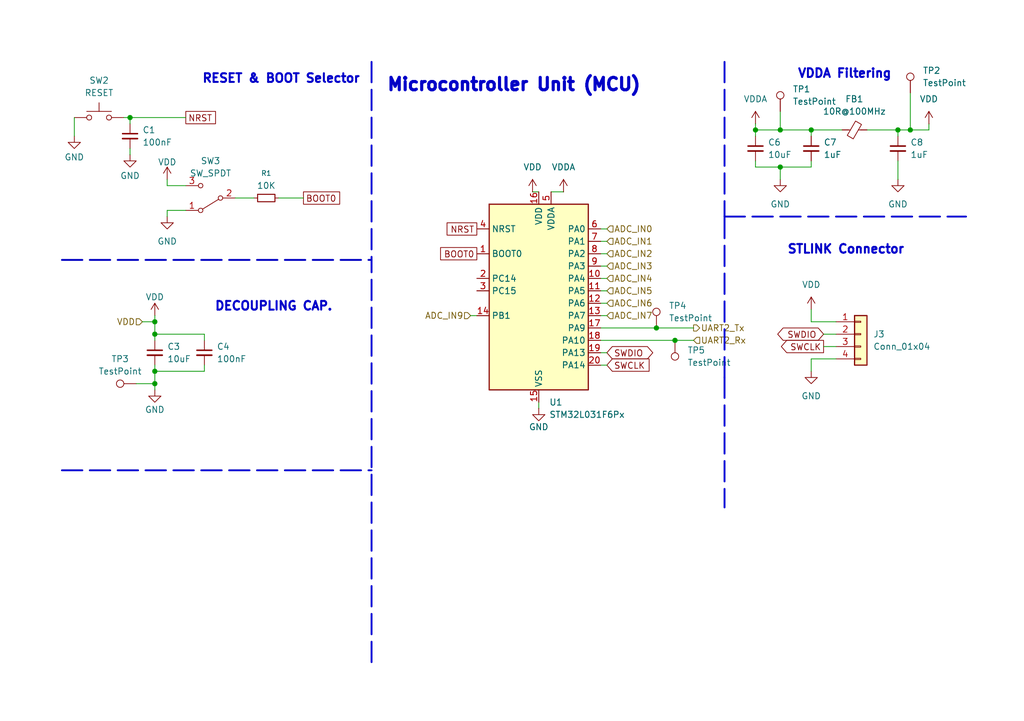
<source format=kicad_sch>
(kicad_sch (version 20250114) (generator "eeschema") (generator_version "9.0")
  (paper "A5")
  (lib_symbols
    (symbol "CompVuelo:SW_SPDT"
      (property "Reference" "SW" (at 0 1.778 0))
      (property "Value" "SW_SPDT" (at 0 0 0))
      (symbol "SW_SPDT_0_1"
        (circle (center -2.032 -5.08) (radius 0.4572))
        (polyline (pts (xy -1.651 -4.826) (xy 1.651 -2.794)))
        (circle (center 2.032 -2.54) (radius 0.4572))
        (circle (center 2.032 -7.62) (radius 0.4572))
      )
      (symbol "SW_SPDT_1_1"
        (pin passive line (at -5.08 -5.08 0) (length 2.54) (name "") (number "2"))
        (pin passive line (at 5.08 -2.54 180) (length 2.54) (name "") (number "1"))
        (pin passive line (at 5.08 -7.62 180) (length 2.54) (name "") (number "3"))
      )
    )
    (symbol "Connector:TestPoint" (pin_numbers (hide yes)) (pin_names (offset 0.762) (hide yes))
      (property "Reference" "TP" (at 0 6.858 0))
      (property "Value" "TestPoint" (at 0 5.08 0))
      (symbol "TestPoint_0_1"
        (circle (center 0 3.302) (radius 0.762))
      )
      (symbol "TestPoint_1_1"
        (pin passive line (at 0 0 90) (length 2.54) (name "1") (number "1"))
      )
    )
    (symbol "Connector_Generic:Conn_01x04" (pin_names (offset 1.016) (hide yes))
      (property "Reference" "J" (at 0 5.08 0))
      (property "Value" "Conn_01x04" (at 0 -7.62 0))
      (symbol "Conn_01x04_1_1"
        (rectangle (start -1.27 3.81) (end 1.27 -6.35) (stroke (width 0.254)) (fill (type background)))
        (rectangle (start -1.27 2.667) (end 0 2.413) (stroke (width 0.1524)))
        (rectangle (start -1.27 0.127) (end 0 -0.127) (stroke (width 0.1524)))
        (rectangle (start -1.27 -2.413) (end 0 -2.667) (stroke (width 0.1524)))
        (rectangle (start -1.27 -4.953) (end 0 -5.207) (stroke (width 0.1524)))
        (pin passive line (at -5.08 2.54 0) (length 3.81) (name "Pin_1") (number "1"))
        (pin passive line (at -5.08 0 0) (length 3.81) (name "Pin_2") (number "2"))
        (pin passive line (at -5.08 -2.54 0) (length 3.81) (name "Pin_3") (number "3"))
        (pin passive line (at -5.08 -5.08 0) (length 3.81) (name "Pin_4") (number "4"))
      )
    )
    (symbol "Device:C_Small" (pin_numbers (hide yes)) (pin_names (offset 0.254) (hide yes))
      (property "Reference" "C" (at 0.254 1.778 0))
      (property "Value" "C_Small" (at 0.254 -2.032 0))
      (symbol "C_Small_0_1"
        (polyline (pts (xy -1.524 0.508) (xy 1.524 0.508)) (stroke (width 0.3048)))
        (polyline (pts (xy -1.524 -0.508) (xy 1.524 -0.508)) (stroke (width 0.3302)))
      )
      (symbol "C_Small_1_1"
        (pin passive line (at 0 2.54 270) (length 2.032) (name "~") (number "1"))
        (pin passive line (at 0 -2.54 90) (length 2.032) (name "~") (number "2"))
      )
    )
    (symbol "Device:FerriteBead_Small" (pin_numbers (hide yes)) (pin_names (offset 0))
      (property "Reference" "FB" (at 1.905 1.27 0))
      (property "Value" "FerriteBead_Small" (at 1.905 -1.27 0))
      (symbol "FerriteBead_Small_0_1"
        (polyline (pts (xy -1.8288 0.2794) (xy -1.1176 1.4986) (xy 1.8288 -0.2032) (xy 1.1176 -1.4224) (xy -1.8288 0.2794)))
        (polyline (pts (xy 0 0.889) (xy 0 1.2954)))
        (polyline (pts (xy 0 -1.27) (xy 0 -0.7874)))
      )
      (symbol "FerriteBead_Small_1_1"
        (pin passive line (at 0 2.54 270) (length 1.27) (name "~") (number "1"))
        (pin passive line (at 0 -2.54 90) (length 1.27) (name "~") (number "2"))
      )
    )
    (symbol "Device:R_Small" (pin_numbers (hide yes)) (pin_names (offset 0.254) (hide yes))
      (property "Reference" "R" (at 0 0 90))
      (property "Value" "R_Small" (at 1.778 0 90))
      (symbol "R_Small_0_1"
        (rectangle (start -0.762 1.778) (end 0.762 -1.778) (stroke (width 0.2032)))
      )
      (symbol "R_Small_1_1"
        (pin passive line (at 0 2.54 270) (length 0.762) (name "~") (number "1"))
        (pin passive line (at 0 -2.54 90) (length 0.762) (name "~") (number "2"))
      )
    )
    (symbol "MCU_ST_STM32L0:STM32L031F6Px"
      (property "Reference" "U" (at -10.16 21.59 0))
      (property "Value" "STM32L031F6Px" (at 5.08 21.59 0))
      (symbol "STM32L031F6Px_0_1"
        (rectangle (start -10.16 -17.78) (end 10.16 20.32) (stroke (width 0.254)) (fill (type background)))
      )
      (symbol "STM32L031F6Px_1_1"
        (pin input line (at -12.7 15.24 0) (length 2.54) (name "NRST") (number "4"))
        (pin input line (at -12.7 10.16 0) (length 2.54) (name "BOOT0") (number "1"))
        (pin bidirectional line (at -12.7 5.08 0) (length 2.54) (name "PC14") (number "2"))
        (pin bidirectional line (at -12.7 2.54 0) (length 2.54) (name "PC15") (number "3"))
        (pin bidirectional line (at -12.7 -2.54 0) (length 2.54) (name "PB1") (number "14"))
        (pin power_in line (at 0 22.86 270) (length 2.54) (name "VDD") (number "16"))
        (pin power_in line (at 0 -20.32 90) (length 2.54) (name "VSS") (number "15"))
        (pin power_in line (at 2.54 22.86 270) (length 2.54) (name "VDDA") (number "5"))
        (pin bidirectional line (at 12.7 15.24 180) (length 2.54) (name "PA0") (number "6"))
        (pin bidirectional line (at 12.7 12.7 180) (length 2.54) (name "PA1") (number "7"))
        (pin bidirectional line (at 12.7 10.16 180) (length 2.54) (name "PA2") (number "8"))
        (pin bidirectional line (at 12.7 7.62 180) (length 2.54) (name "PA3") (number "9"))
        (pin bidirectional line (at 12.7 5.08 180) (length 2.54) (name "PA4") (number "10"))
        (pin bidirectional line (at 12.7 2.54 180) (length 2.54) (name "PA5") (number "11"))
        (pin bidirectional line (at 12.7 0 180) (length 2.54) (name "PA6") (number "12"))
        (pin bidirectional line (at 12.7 -2.54 180) (length 2.54) (name "PA7") (number "13"))
        (pin bidirectional line (at 12.7 -5.08 180) (length 2.54) (name "PA9") (number "17"))
        (pin bidirectional line (at 12.7 -7.62 180) (length 2.54) (name "PA10") (number "18"))
        (pin bidirectional line (at 12.7 -10.16 180) (length 2.54) (name "PA13") (number "19"))
        (pin bidirectional line (at 12.7 -12.7 180) (length 2.54) (name "PA14") (number "20"))
      )
    )
    (symbol "Switch:SW_Push" (pin_numbers (hide yes)) (pin_names (offset 1.016) (hide yes))
      (property "Reference" "SW" (at 1.27 2.54 0))
      (property "Value" "SW_Push" (at 0 -1.524 0))
      (symbol "SW_Push_0_1"
        (circle (center -2.032 0) (radius 0.508))
        (polyline (pts (xy 0 1.27) (xy 0 3.048)))
        (circle (center 2.032 0) (radius 0.508))
        (polyline (pts (xy 2.54 1.27) (xy -2.54 1.27)))
        (pin passive line (at -5.08 0 0) (length 2.54) (name "1") (number "1"))
        (pin passive line (at 5.08 0 180) (length 2.54) (name "2") (number "2"))
      )
    )
    (symbol "power:GND" (power) (pin_numbers (hide yes)) (pin_names (offset 0) (hide yes))
      (property "Value" "GND" (at 0 -3.81 0))
      (symbol "GND_0_1"
        (polyline (pts (xy 0 0) (xy 0 -1.27) (xy 1.27 -1.27) (xy 0 -2.54) (xy -1.27 -1.27) (xy 0 -1.27)))
      )
      (symbol "GND_1_1"
        (pin power_in line (at 0 0 270) (length 0) (name "~") (number "1"))
      )
    )
    (symbol "power:VDD" (power) (pin_numbers (hide yes)) (pin_names (offset 0) (hide yes))
      (property "Value" "VDD" (at 0 3.556 0))
      (symbol "VDD_0_1"
        (polyline (pts (xy -0.762 1.27) (xy 0 2.54)))
        (polyline (pts (xy 0 2.54) (xy 0.762 1.27)))
        (polyline (pts (xy 0 0) (xy 0 2.54)))
      )
      (symbol "VDD_1_1"
        (pin power_in line (at 0 0 90) (length 0) (name "~") (number "1"))
      )
    )
    (symbol "power:VDDA" (power) (pin_numbers (hide yes)) (pin_names (offset 0) (hide yes))
      (property "Value" "VDDA" (at 0 3.556 0))
      (symbol "VDDA_0_1"
        (polyline (pts (xy -0.762 1.27) (xy 0 2.54)))
        (polyline (pts (xy 0 2.54) (xy 0.762 1.27)))
        (polyline (pts (xy 0 0) (xy 0 2.54)))
      )
      (symbol "VDDA_1_1"
        (pin power_in line (at 0 0 90) (length 0) (name "~") (number "1"))
      )
    )
  )
  (text "VDDA Filtering" (at 173.228 15.24 0) (effects (font (size 1.778 1.778) (thickness 0.4064) (bold yes))))
  (text "DECOUPLING CAP.\n" (at 56.134 62.992 0) (effects (font (size 1.778 1.778) (thickness 0.4064) (bold yes))))
  (text "RESET & BOOT Selector" (at 57.658 16.256 0) (effects (font (size 1.778 1.778) (thickness 0.4064) (bold yes))))
  (text "Microcontroller Unit (MCU)" (at 105.41 17.526 0) (effects (font (size 2.54 2.54) (thickness 0.762) (bold yes))))
  (text "STLINK Connector" (at 173.482 51.308 0) (effects (font (size 1.778 1.778) (thickness 0.4064) (bold yes))))
  (junction (at 184.15 26.67))
  (junction (at 160.02 34.29))
  (junction (at 31.75 66.04))
  (junction (at 26.67 24.13))
  (junction (at 134.62 67.31))
  (junction (at 166.37 26.67))
  (junction (at 31.75 78.74))
  (junction (at 154.94 26.67))
  (junction (at 138.43 69.85))
  (junction (at 31.75 76.2))
  (junction (at 31.75 68.58))
  (junction (at 160.02 26.67))
  (junction (at 186.69 26.67))
  (wire (pts (xy 124.46 64.77) (xy 123.19 64.77)))
  (wire (pts (xy 154.94 27.94) (xy 154.94 26.67)))
  (polyline (pts (xy 148.59 77.47) (xy 148.59 104.14)) (stroke (width 0.381) (type dash)))
  (wire (pts (xy 142.24 67.31) (xy 134.62 67.31)))
  (wire (pts (xy 154.94 26.67) (xy 154.94 25.4)))
  (wire (pts (xy 177.8 26.67) (xy 184.15 26.67)))
  (wire (pts (xy 29.21 66.04) (xy 31.75 66.04)))
  (wire (pts (xy 34.29 38.1) (xy 38.1 38.1)))
  (wire (pts (xy 15.24 24.13) (xy 15.24 27.94)))
  (wire (pts (xy 41.91 76.2) (xy 41.91 74.93)))
  (polyline (pts (xy 12.7 96.52) (xy 76.2 96.52)) (stroke (width 0.381) (type dash)))
  (wire (pts (xy 154.94 34.29) (xy 154.94 33.02)))
  (polyline (pts (xy 76.2 12.7) (xy 76.2 53.34)) (stroke (width 0.381) (type dash)))
  (wire (pts (xy 34.29 44.45) (xy 34.29 43.18)))
  (wire (pts (xy 124.46 74.93) (xy 123.19 74.93)))
  (wire (pts (xy 96.52 64.77) (xy 97.79 64.77)))
  (wire (pts (xy 186.69 26.67) (xy 190.5 26.67)))
  (wire (pts (xy 160.02 26.67) (xy 166.37 26.67)))
  (wire (pts (xy 31.75 66.04) (xy 31.75 68.58)))
  (wire (pts (xy 25.4 24.13) (xy 26.67 24.13)))
  (wire (pts (xy 166.37 66.04) (xy 171.45 66.04)))
  (wire (pts (xy 160.02 34.29) (xy 154.94 34.29)))
  (polyline (pts (xy 12.7 53.34) (xy 76.2 53.34)) (stroke (width 0.381) (type dash)))
  (wire (pts (xy 166.37 34.29) (xy 166.37 33.02)))
  (wire (pts (xy 124.46 59.69) (xy 123.19 59.69)))
  (wire (pts (xy 31.75 64.77) (xy 31.75 66.04)))
  (polyline (pts (xy 148.59 12.7) (xy 148.59 44.45)) (stroke (width 0.381) (type dash)))
  (wire (pts (xy 31.75 76.2) (xy 41.91 76.2)))
  (wire (pts (xy 31.75 80.01) (xy 31.75 78.74)))
  (wire (pts (xy 110.49 83.82) (xy 110.49 82.55)))
  (wire (pts (xy 31.75 68.58) (xy 41.91 68.58)))
  (wire (pts (xy 166.37 63.5) (xy 166.37 66.04)))
  (wire (pts (xy 160.02 34.29) (xy 166.37 34.29)))
  (wire (pts (xy 31.75 76.2) (xy 31.75 74.93)))
  (wire (pts (xy 48.26 40.64) (xy 52.07 40.64)))
  (wire (pts (xy 134.62 67.31) (xy 123.19 67.31)))
  (wire (pts (xy 115.57 39.37) (xy 113.03 39.37)))
  (wire (pts (xy 184.15 26.67) (xy 186.69 26.67)))
  (wire (pts (xy 124.46 54.61) (xy 123.19 54.61)))
  (wire (pts (xy 41.91 68.58) (xy 41.91 69.85)))
  (wire (pts (xy 138.43 69.85) (xy 123.19 69.85)))
  (wire (pts (xy 160.02 36.83) (xy 160.02 34.29)))
  (polyline (pts (xy 148.59 77.47) (xy 148.59 44.45)) (stroke (width 0.381) (type dash)))
  (wire (pts (xy 168.91 71.12) (xy 171.45 71.12)))
  (wire (pts (xy 124.46 46.99) (xy 123.19 46.99)))
  (wire (pts (xy 168.91 68.58) (xy 171.45 68.58)))
  (wire (pts (xy 186.69 19.05) (xy 186.69 26.67)))
  (wire (pts (xy 166.37 26.67) (xy 172.72 26.67)))
  (wire (pts (xy 31.75 76.2) (xy 31.75 78.74)))
  (wire (pts (xy 184.15 36.83) (xy 184.15 33.02)))
  (wire (pts (xy 190.5 25.4) (xy 190.5 26.67)))
  (wire (pts (xy 124.46 72.39) (xy 123.19 72.39)))
  (wire (pts (xy 124.46 52.07) (xy 123.19 52.07)))
  (wire (pts (xy 124.46 49.53) (xy 123.19 49.53)))
  (wire (pts (xy 166.37 76.2) (xy 166.37 73.66)))
  (wire (pts (xy 109.22 39.37) (xy 110.49 39.37)))
  (wire (pts (xy 34.29 36.83) (xy 34.29 38.1)))
  (polyline (pts (xy 76.2 135.89) (xy 76.2 53.34)) (stroke (width 0.381) (type dash)))
  (wire (pts (xy 142.24 69.85) (xy 138.43 69.85)))
  (wire (pts (xy 62.23 40.64) (xy 57.15 40.64)))
  (wire (pts (xy 154.94 26.67) (xy 160.02 26.67)))
  (polyline (pts (xy 148.59 44.45) (xy 198.12 44.45)) (stroke (width 0.381) (type dash)))
  (wire (pts (xy 166.37 73.66) (xy 171.45 73.66)))
  (wire (pts (xy 26.67 31.75) (xy 26.67 30.48)))
  (wire (pts (xy 160.02 22.86) (xy 160.02 26.67)))
  (wire (pts (xy 26.67 24.13) (xy 38.1 24.13)))
  (wire (pts (xy 26.67 25.4) (xy 26.67 24.13)))
  (wire (pts (xy 27.94 78.74) (xy 31.75 78.74)))
  (wire (pts (xy 184.15 27.94) (xy 184.15 26.67)))
  (wire (pts (xy 34.29 43.18) (xy 38.1 43.18)))
  (wire (pts (xy 124.46 62.23) (xy 123.19 62.23)))
  (wire (pts (xy 124.46 57.15) (xy 123.19 57.15)))
  (wire (pts (xy 31.75 68.58) (xy 31.75 69.85)))
  (wire (pts (xy 166.37 26.67) (xy 166.37 27.94)))
  (global_label "SWCLK" (shape output) (at 168.91 71.12 180) (property "Intersheetrefs" "${INTERSHEET_REFS}" (effects (hide yes))))
  (global_label "NRST" (shape passive) (at 97.79 46.99 180) (property "Intersheetrefs" "${INTERSHEET_REFS}" (effects (hide yes))))
  (global_label "NRST" (shape passive) (at 38.1 24.13 0) (property "Intersheetrefs" "${INTERSHEET_REFS}" (effects (hide yes))))
  (global_label "SWDIO" (shape bidirectional) (at 124.46 72.39 0) (property "Intersheetrefs" "${INTERSHEET_REFS}" (effects (hide yes))))
  (global_label "BOOT0" (shape passive) (at 62.23 40.64 0) (property "Intersheetrefs" "${INTERSHEET_REFS}" (effects (hide yes))))
  (global_label "SWCLK" (shape input) (at 124.46 74.93 0) (property "Intersheetrefs" "${INTERSHEET_REFS}" (effects (hide yes))))
  (global_label "SWDIO" (shape bidirectional) (at 168.91 68.58 180) (property "Intersheetrefs" "${INTERSHEET_REFS}" (effects (hide yes))))
  (global_label "BOOT0" (shape passive) (at 97.79 52.07 180) (property "Intersheetrefs" "${INTERSHEET_REFS}" (effects (hide yes))))
  (hierarchical_label "ADC_IN3" (shape input) (at 124.46 54.61 0))
  (hierarchical_label "ADC_IN5" (shape input) (at 124.46 59.69 0))
  (hierarchical_label "ADC_IN7" (shape input) (at 124.46 64.77 0))
  (hierarchical_label "ADC_IN6" (shape input) (at 124.46 62.23 0))
  (hierarchical_label "ADC_IN2" (shape input) (at 124.46 52.07 0))
  (hierarchical_label "ADC_IN4" (shape input) (at 124.46 57.15 0))
  (hierarchical_label "VDD" (shape input) (at 29.21 66.04 180))
  (hierarchical_label "UART2_Rx" (shape input) (at 142.24 69.85 0))
  (hierarchical_label "UART2_Tx" (shape output) (at 142.24 67.31 0))
  (hierarchical_label "ADC_IN0" (shape input) (at 124.46 46.99 0))
  (hierarchical_label "ADC_IN9" (shape input) (at 96.52 64.77 180))
  (hierarchical_label "ADC_IN1" (shape input) (at 124.46 49.53 0))
  (symbol (lib_id "power:GND") (at 160.02 36.83 0) (unit 1)
    (property "Reference" "#PWR030" (effects (hide yes)))
    (property "Value" "GND" (at 160.02 41.91 0))
    (property "Description" "Power symbol creates a global label with name \"GND\" , ground" (effects (hide yes)))
  )
  (symbol (lib_id "power:GND") (at 26.67 31.75 0) (unit 1)
    (property "Reference" "#PWR019" (effects (hide yes)))
    (property "Value" "GND" (at 26.67 36.068 0))
    (property "Description" "Power symbol creates a global label with name \"GND\" , ground" (effects (hide yes)))
  )
  (symbol (lib_id "Connector:TestPoint") (at 134.62 67.31 0) (unit 1)
    (property "Reference" "TP4" (at 137.16 62.7379 0) (effects (justify left)))
    (property "Value" "TestPoint" (at 137.16 65.2779 0) (effects (justify left)))
    (property "Footprint" "TestPoint:TestPoint_Pad_D1.5mm" (effects (hide yes)))
    (property "Description" "test point" (effects (hide yes)))
  )
  (symbol (lib_id "power:GND") (at 31.75 80.01 0) (unit 1)
    (property "Reference" "#PWR021" (effects (hide yes)))
    (property "Value" "GND" (at 31.75 84.074 0))
    (property "Description" "Power symbol creates a global label with name \"GND\" , ground" (effects (hide yes)))
  )
  (symbol (lib_id "power:GND") (at 184.15 36.83 0) (unit 1)
    (property "Reference" "#PWR033" (effects (hide yes)))
    (property "Value" "GND" (at 184.15 41.91 0))
    (property "Description" "Power symbol creates a global label with name \"GND\" , ground" (effects (hide yes)))
  )
  (symbol (lib_id "Connector:TestPoint") (at 138.43 69.85 180) (unit 1)
    (property "Reference" "TP5" (at 140.97 71.8819 0) (effects (justify right)))
    (property "Value" "TestPoint" (at 140.97 74.4219 0) (effects (justify right)))
    (property "Footprint" "TestPoint:TestPoint_Pad_D1.5mm" (effects (hide yes)))
    (property "Description" "test point" (effects (hide yes)))
  )
  (symbol (lib_id "power:GND") (at 15.24 27.94 0) (unit 1)
    (property "Reference" "#PWR018" (effects (hide yes)))
    (property "Value" "GND" (at 15.24 32.258 0))
    (property "Description" "Power symbol creates a global label with name \"GND\" , ground" (effects (hide yes)))
  )
  (symbol (lib_id "Device:C_Small") (at 41.91 72.39 0) (unit 1)
    (property "Reference" "C4" (at 44.45 71.1262 0) (effects (justify left)))
    (property "Value" "100nF" (at 44.45 73.6662 0) (effects (justify left)))
    (property "Footprint" "Capacitor_SMD:C_0805_2012Metric_Pad1.18x1.45mm_HandSolder" (effects (hide yes)))
    (property "Description" "Unpolarized capacitor, small symbol" (effects (hide yes)))
  )
  (symbol (lib_id "power:VDD") (at 166.37 63.5 0) (unit 1)
    (property "Reference" "#PWR031" (effects (hide yes)))
    (property "Value" "VDD" (at 166.37 58.42 0))
    (property "Description" "Power symbol creates a global label with name \"VDD\"" (effects (hide yes)))
  )
  (symbol (lib_id "power:VDD") (at 34.29 36.83 0) (unit 1)
    (property "Reference" "#PWR022" (effects (hide yes)))
    (property "Value" "VDD" (at 34.29 33.274 0))
    (property "Description" "Power symbol creates a global label with name \"VDD\"" (effects (hide yes)))
  )
  (symbol (lib_id "Device:R_Small") (at 54.61 40.64 90) (unit 1)
    (property "Reference" "R1" (at 54.61 35.56 90) (effects (font (size 1.016 1.016))))
    (property "Value" "10K" (at 54.61 38.1 90))
    (property "Footprint" "Resistor_SMD:R_0805_2012Metric_Pad1.20x1.40mm_HandSolder" (effects (hide yes)))
    (property "Description" "Resistor, small symbol" (effects (hide yes)))
  )
  (symbol (lib_id "power:GND") (at 166.37 76.2 0) (unit 1)
    (property "Reference" "#PWR032" (effects (hide yes)))
    (property "Value" "GND" (at 166.37 81.28 0))
    (property "Description" "Power symbol creates a global label with name \"GND\" , ground" (effects (hide yes)))
  )
  (symbol (lib_id "Device:C_Small") (at 184.15 30.48 0) (unit 1)
    (property "Reference" "C8" (at 186.69 29.2162 0) (effects (justify left)))
    (property "Value" "1uF" (at 186.69 31.7562 0) (effects (justify left)))
    (property "Footprint" "Capacitor_SMD:C_0805_2012Metric_Pad1.18x1.45mm_HandSolder" (effects (hide yes)))
    (property "Description" "Unpolarized capacitor, small symbol" (effects (hide yes)))
  )
  (symbol (lib_id "power:VDD") (at 109.22 39.37 0) (unit 1)
    (property "Reference" "#PWR026" (effects (hide yes)))
    (property "Value" "VDD" (at 109.22 34.29 0))
    (property "Description" "Power symbol creates a global label with name \"VDD\"" (effects (hide yes)))
  )
  (symbol (lib_id "Device:C_Small") (at 31.75 72.39 0) (unit 1)
    (property "Reference" "C3" (at 34.29 71.1262 0) (effects (justify left)))
    (property "Value" "10uF" (at 34.29 73.6662 0) (effects (justify left)))
    (property "Footprint" "Capacitor_SMD:C_0805_2012Metric_Pad1.18x1.45mm_HandSolder" (effects (hide yes)))
    (property "Description" "Unpolarized capacitor, small symbol" (effects (hide yes)))
  )
  (symbol (lib_id "Device:C_Small") (at 154.94 30.48 0) (unit 1)
    (property "Reference" "C6" (at 157.48 29.2162 0) (effects (justify left)))
    (property "Value" "10uF" (at 157.48 31.7562 0) (effects (justify left)))
    (property "Footprint" "Capacitor_SMD:C_0805_2012Metric_Pad1.18x1.45mm_HandSolder" (effects (hide yes)))
    (property "Description" "Unpolarized capacitor, small symbol" (effects (hide yes)))
  )
  (symbol (lib_id "power:VDD") (at 190.5 25.4 0) (unit 1)
    (property "Reference" "#PWR034" (effects (hide yes)))
    (property "Value" "VDD" (at 190.5 20.32 0))
    (property "Description" "Power symbol creates a global label with name \"VDD\"" (effects (hide yes)))
  )
  (symbol (lib_id "power:GND") (at 110.49 83.82 0) (unit 1)
    (property "Reference" "#PWR027" (effects (hide yes)))
    (property "Value" "GND" (at 110.49 87.63 0))
    (property "Description" "Power symbol creates a global label with name \"GND\" , ground" (effects (hide yes)))
  )
  (symbol (lib_id "Device:C_Small") (at 26.67 27.94 0) (unit 1)
    (property "Reference" "C1" (at 29.21 26.6762 0) (effects (justify left)))
    (property "Value" "100nF" (at 29.21 29.2162 0) (effects (justify left)))
    (property "Footprint" "Capacitor_SMD:C_0805_2012Metric_Pad1.18x1.45mm_HandSolder" (effects (hide yes)))
    (property "Description" "Unpolarized capacitor, small symbol" (effects (hide yes)))
  )
  (symbol (lib_id "MCU_ST_STM32L0:STM32L031F6Px") (at 110.49 62.23 0) (unit 1)
    (property "Reference" "U1" (at 112.6333 82.55 0) (effects (justify left)))
    (property "Value" "STM32L031F6Px" (at 112.6333 85.09 0) (effects (justify left)))
    (property "Footprint" "Package_SO:TSSOP-20_4.4x6.5mm_P0.65mm" (effects (hide yes)))
    (property "Datasheet" "https://www.st.com/resource/en/datasheet/stm32l031f6.pdf" (effects (hide yes)))
    (property "Description" "STMicroelectronics Arm Cortex-M0+ MCU, 32KB flash, 8KB RAM, 32 MHz, 1.65-3.6V, 15 GPIO, TSSOP20" (effects (hide yes)))
  )
  (symbol (lib_id "power:GND") (at 34.29 44.45 0) (unit 1)
    (property "Reference" "#PWR023" (effects (hide yes)))
    (property "Value" "GND" (at 34.29 49.53 0))
    (property "Description" "Power symbol creates a global label with name \"GND\" , ground" (effects (hide yes)))
  )
  (symbol (lib_id "CompVuelo:SW_SPDT") (at 43.18 45.72 180) (unit 1)
    (property "Reference" "SW3" (at 43.18 33.02 0))
    (property "Value" "SW_SPDT" (at 43.18 35.56 0))
    (property "Footprint" "Button_Switch_SMD:SW_SPDT_Shouhan_MSK12C02" (effects (hide yes)))
    (property "Datasheet" "https://www.lcsc.com/datasheet/C19189120.pdf" (effects (hide yes)))
  )
  (symbol (lib_id "Connector_Generic:Conn_01x04") (at 176.53 68.58 0) (unit 1)
    (property "Reference" "J3" (at 179.07 68.5799 0) (effects (justify left)))
    (property "Value" "Conn_01x04" (at 179.07 71.1199 0) (effects (justify left)))
    (property "Footprint" "Connector_PinHeader_2.54mm:PinHeader_1x04_P2.54mm_Vertical" (effects (hide yes)))
    (property "Description" "Generic connector, single row, 01x04, script generated (kicad-library-utils/schlib/autogen/connector/)" (effects (hide yes)))
  )
  (symbol (lib_id "Device:FerriteBead_Small") (at 175.26 26.67 90) (unit 1)
    (property "Reference" "FB1" (at 175.2219 20.32 90))
    (property "Value" "10R@100MHz" (at 175.2219 22.86 90))
    (property "Footprint" "Inductor_SMD:L_0402_1005Metric_Pad0.77x0.64mm_HandSolder" (effects (hide yes)))
    (property "Description" "Ferrite bead, small symbol" (effects (hide yes)))
  )
  (symbol (lib_id "Connector:TestPoint") (at 186.69 19.05 0) (unit 1)
    (property "Reference" "TP2" (at 189.23 14.4779 0) (effects (justify left)))
    (property "Value" "TestPoint" (at 189.23 17.0179 0) (effects (justify left)))
    (property "Footprint" "TestPoint:TestPoint_Pad_D1.5mm" (effects (hide yes)))
    (property "Description" "test point" (effects (hide yes)))
  )
  (symbol (lib_id "Device:C_Small") (at 166.37 30.48 0) (unit 1)
    (property "Reference" "C7" (at 168.91 29.2162 0) (effects (justify left)))
    (property "Value" "1uF" (at 168.91 31.7562 0) (effects (justify left)))
    (property "Footprint" "Capacitor_SMD:C_0805_2012Metric_Pad1.18x1.45mm_HandSolder" (effects (hide yes)))
    (property "Description" "Unpolarized capacitor, small symbol" (effects (hide yes)))
  )
  (symbol (lib_id "Connector:TestPoint") (at 27.94 78.74 90) (unit 1)
    (property "Reference" "TP3" (at 24.638 73.66 90))
    (property "Value" "TestPoint" (at 24.638 76.2 90))
    (property "Footprint" "TestPoint:TestPoint_Pad_D1.5mm" (effects (hide yes)))
    (property "Description" "test point" (effects (hide yes)))
  )
  (symbol (lib_id "power:VDDA") (at 31.75 64.77 0) (unit 1)
    (property "Reference" "#PWR020" (effects (hide yes)))
    (property "Value" "VDD" (at 31.75 60.96 0))
    (property "Description" "Power symbol creates a global label with name \"VDDA\"" (effects (hide yes)))
  )
  (symbol (lib_id "Connector:TestPoint") (at 160.02 22.86 0) (unit 1)
    (property "Reference" "TP1" (at 162.56 18.2879 0) (effects (justify left)))
    (property "Value" "TestPoint" (at 162.56 20.8279 0) (effects (justify left)))
    (property "Footprint" "TestPoint:TestPoint_Pad_D1.5mm" (effects (hide yes)))
    (property "Description" "test point" (effects (hide yes)))
  )
  (symbol (lib_id "power:VDDA") (at 115.57 39.37 0) (unit 1)
    (property "Reference" "#PWR028" (effects (hide yes)))
    (property "Value" "VDDA" (at 115.57 34.29 0))
    (property "Description" "Power symbol creates a global label with name \"VDDA\"" (effects (hide yes)))
  )
  (symbol (lib_id "power:VDDA") (at 154.94 25.4 0) (unit 1)
    (property "Reference" "#PWR029" (effects (hide yes)))
    (property "Value" "VDDA" (at 154.94 20.32 0))
    (property "Description" "Power symbol creates a global label with name \"VDDA\"" (effects (hide yes)))
  )
  (symbol (lib_id "Switch:SW_Push") (at 20.32 24.13 0) (unit 1)
    (property "Reference" "SW2" (at 20.32 16.51 0))
    (property "Value" "RESET" (at 20.32 19.05 0))
    (property "Footprint" "Button_Switch_SMD:SW_Push_1P1T_XKB_TS-1187A" (effects (hide yes)))
    (property "Description" "Push button switch, generic, two pins" (effects (hide yes)))
  )
)
</source>
